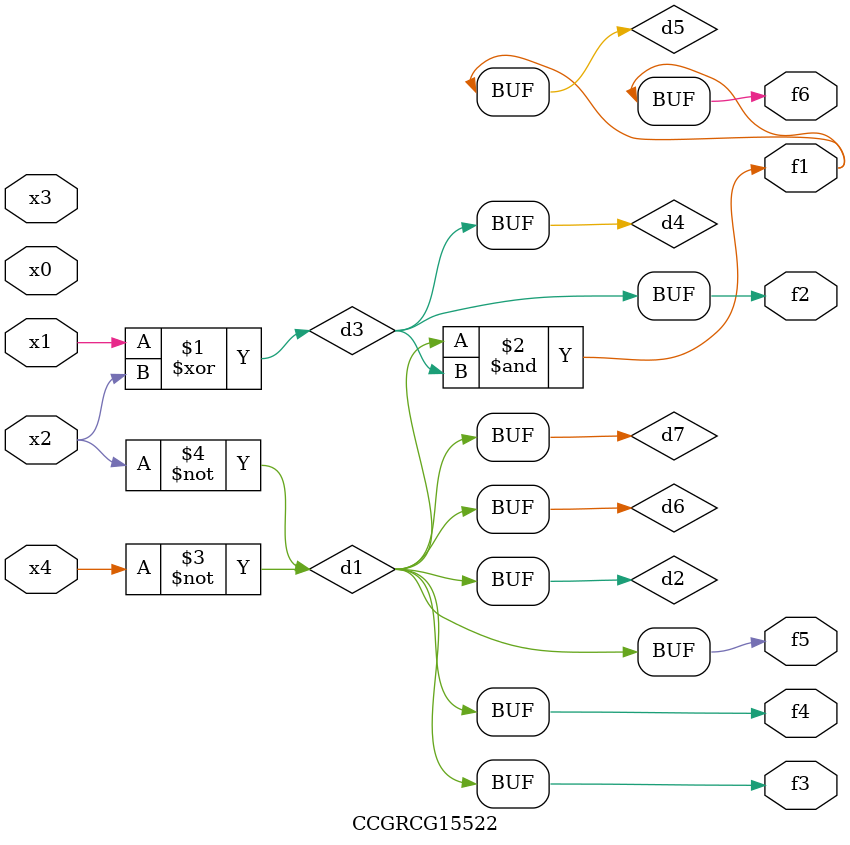
<source format=v>
module CCGRCG15522(
	input x0, x1, x2, x3, x4,
	output f1, f2, f3, f4, f5, f6
);

	wire d1, d2, d3, d4, d5, d6, d7;

	not (d1, x4);
	not (d2, x2);
	xor (d3, x1, x2);
	buf (d4, d3);
	and (d5, d1, d3);
	buf (d6, d1, d2);
	buf (d7, d2);
	assign f1 = d5;
	assign f2 = d4;
	assign f3 = d7;
	assign f4 = d7;
	assign f5 = d7;
	assign f6 = d5;
endmodule

</source>
